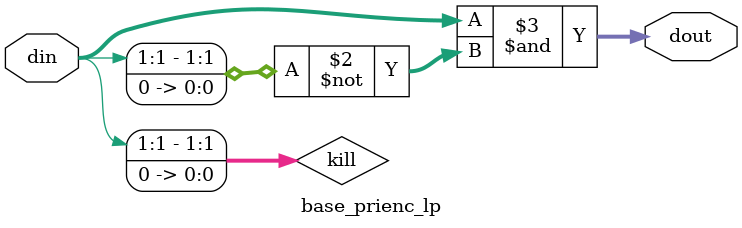
<source format=sv>
/*
 * Copyright 2017 IBM Corporation
 * Licensed to the Apache Software Foundation (ASF) under one
 * or more contributor license agreements.  See the NOTICE file
 * distributed with this work for additional information
 * regarding copyright ownership.  The ASF licenses this file
 * to you under the Apache License, Version 2.0 (the
 * "License"); you may not use this file except in compliance
 * with the License.  You may obtain a copy of the License at
 *
 *     http://www.apache.org/licenses/LICENSE-2.0
 *
 * Unless required by applicable law or agreed to in writing, software
 * distributed under the License is distributed on an "AS IS" BASIS,
 * WITHOUT WARRANTIES OR CONDITIONS OF ANY KIND, either express or implied.
 * See the License for the specific language governing permissions and
 * limitations under the License.
 *
 * Author: Andrew K Martin akmartin@us.ibm.com
 */
 
/* priority encoder.   din[0] has lowest priorty 
 */
module base_prienc_lp#
  (
   parameter ways=2
   )
   (
    input [0:ways-1]  din,
    output [0:ways-1] dout
    );
   wire [0:ways-1]   kill;
   assign kill[ways-1] = 1'b0;
   assign kill[0:ways-2] = din[1:ways-1] | kill[1:ways-1];
   assign dout = din & ~kill;

endmodule // gx_prienc


   
   
   

</source>
